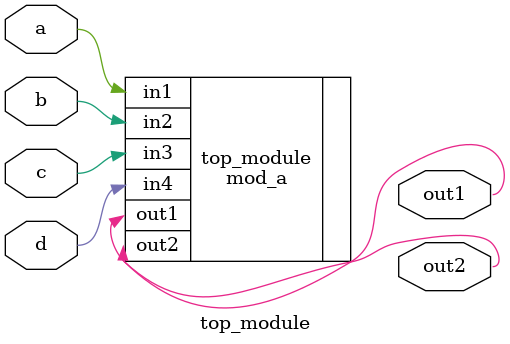
<source format=v>
module top_module ( 
    input a, 
    input b, 
    input c,
    input d,
    output out1,
    output out2
);
    mod_a top_module(.in1(a),
              .in2(b),
              .in3(c),
              .in4(d),
              .out1(out1),
              .out2(out2));
endmodule
</source>
